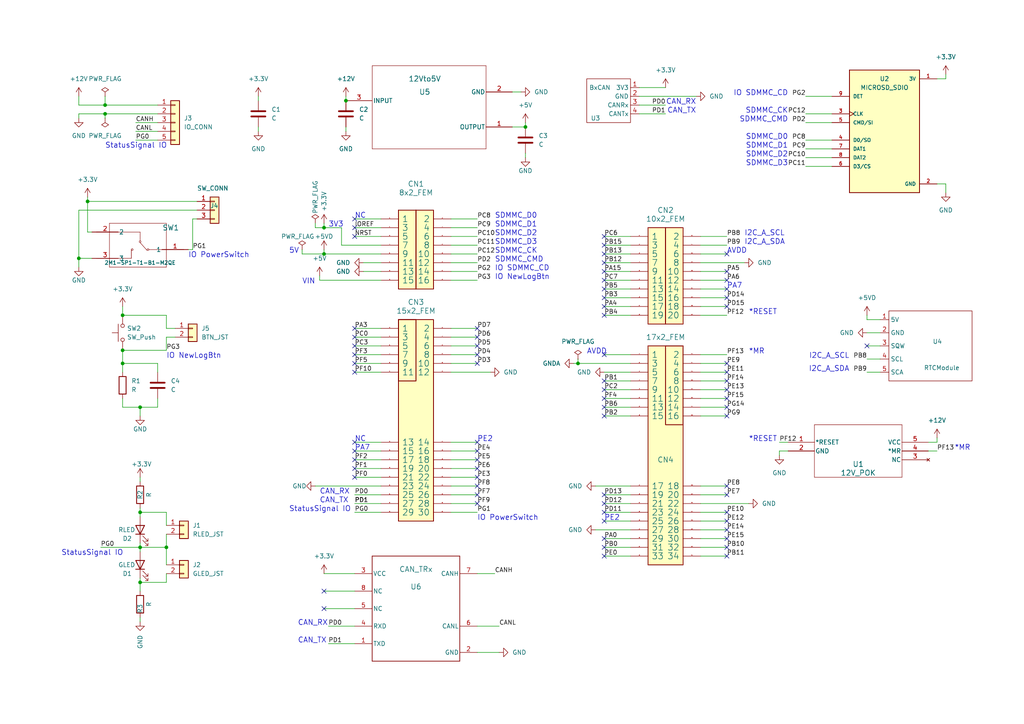
<source format=kicad_sch>
(kicad_sch (version 20230121) (generator eeschema)
  (paper "A4")
  (title_block (title "ENGS 90 CAN Logger PCB") (date "2024-02-12") (rev "1"))
  (lib_symbols
    (symbol "CANRxLib:2M1-SP1-T1-B1-M2QE" (pin_names (offset 0.254))
      (property "Reference" "SW" (at 20.32 10.16 0))
      (property "Value" "2M1-SP1-T1-B1-M2QE" (at 20.32 7.62 0))
      (symbol "2M1-SP1-T1-B1-M2QE_1_1"
        (pin output line (at 6.35 0 0) (length 7.62) (name "1") (number "1"))
        (pin input line (at 34.29 -5.08 180) (length 7.62) (name "2") (number "2"))
        (pin input line (at 34.29 2.54 180) (length 7.62) (name "3") (number "3"))
      )
    )
    (symbol "CANRxLib:BxCAN"
      (property "Reference" "U" (at -5.08 -7.62 0))
      (property "Value" "BxCAN" (at -2.54 1.27 0))
      (symbol "BxCAN_1_1"
        (pin power_in line (at 8.89 1.27 180) (length 2.54) (name "3V3") (number "1"))
        (pin power_in line (at 8.89 -1.27 180) (length 2.54) (name "GND") (number "2"))
        (pin passive line (at 8.89 -3.81 180) (length 2.54) (name "CANRx") (number "3"))
        (pin passive line (at 8.89 -6.35 180) (length 2.54) (name "CANTx") (number "4"))
      )
    )
    (symbol "CANRxLib:LM2940T-5.0_NOPB" (pin_names (offset 0.254))
      (property "Reference" "U" (at 30.48 -1.27 0))
      (property "Value" "LM2940T-5.0/NOPB" (at 30.48 6.35 0))
      (symbol "LM2940T-5.0_NOPB_0_1"
        (pin power_in line (at 55.88 2.54 180) (length 7.62) (name "GND") (number "2"))
      )
      (symbol "LM2940T-5.0_NOPB_1_1"
        (pin power_out line (at 55.88 -7.62 180) (length 7.62) (name "OUTPUT") (number "1"))
        (pin power_in line (at 7.62 0 0) (length 7.62) (name "INPUT") (number "3"))
      )
    )
    (symbol "CANRxLib:MICROSD_SPI_OR_SDIO_CARD" (pin_names (offset 1.016))
      (property "Reference" "U" (at -10.16 18.542 0))
      (property "Value" "MICROSD_SPI_OR_SDIO_CARD" (at -10.16 -20.32 0))
      (symbol "MICROSD_SPI_OR_SDIO_CARD_0_0"
        (pin power_in line (at 15.24 -15.24 180) (length 5.08) (name "GND") (number "2"))
        (pin input clock (at -15.24 5.08 0) (length 5.08) (name "CLK") (number "3"))
        (pin bidirectional line (at -15.24 -2.54 0) (length 5.08) (name "D0/SO") (number "4"))
        (pin bidirectional line (at -15.24 2.54 0) (length 5.08) (name "CMD/SI") (number "5"))
        (pin bidirectional line (at -15.24 -10.16 0) (length 5.08) (name "D3/CS") (number "6"))
        (pin bidirectional line (at -15.24 -5.08 0) (length 5.08) (name "DAT1") (number "7"))
        (pin bidirectional line (at -15.24 -7.62 0) (length 5.08) (name "DAT2") (number "8"))
        (pin input line (at -15.24 10.16 0) (length 5.08) (name "DET") (number "9"))
      )
      (symbol "MICROSD_SPI_OR_SDIO_CARD_1_0"
        (pin power_in line (at 15.24 15.24 180) (length 5.08) (name "3V") (number "1"))
      )
    )
    (symbol "CANRxLib:RTCModule"
      (property "Reference" "U" (at -3.81 -12.7 0))
      (property "Value" "RTCModule" (at -3.81 11.43 0))
      (symbol "RTCModule_1_1"
        (pin power_in line (at -16.51 6.35 0) (length 2.54) (name "5V") (number "1"))
        (pin power_in line (at -16.51 2.54 0) (length 2.54) (name "GND") (number "2"))
        (pin output line (at -16.51 -1.27 0) (length 2.54) (name "SQW") (number "3"))
        (pin input line (at -16.51 -5.08 0) (length 2.54) (name "SCL") (number "4"))
        (pin bidirectional line (at -16.51 -8.89 0) (length 2.54) (name "SCA") (number "5"))
      )
    )
    (symbol "CANRxLib:TCAN332D" (pin_names (offset 0.254))
      (property "Reference" "U" (at 0 2.54 0))
      (property "Value" "TCAN332D" (at 0 6.35 0))
      (symbol "TCAN332D_0_1"
        (pin input line (at -17.78 -10.16 0) (length 5.08) (name "TXD") (number "1"))
        (pin power_in line (at 17.78 -12.7 180) (length 5.08) (name "GND") (number "2"))
        (pin power_in line (at -17.78 10.16 0) (length 5.08) (name "VCC") (number "3"))
        (pin output line (at -17.78 -5.08 0) (length 5.08) (name "RXD") (number "4"))
        (pin unspecified line (at -17.78 0 0) (length 5.08) (name "NC") (number "5"))
        (pin bidirectional line (at 17.78 -5.08 180) (length 5.08) (name "CANL") (number "6"))
        (pin bidirectional line (at 17.78 10.16 180) (length 5.08) (name "CANH") (number "7"))
        (pin unspecified line (at -17.78 5.08 0) (length 5.08) (name "NC") (number "8"))
      )
    )
    (symbol "CANRxLib:TPS3847085DBVT" (pin_names (offset 0.254))
      (property "Reference" "U" (at 20.32 10.16 0))
      (property "Value" "TPS3847085DBVT" (at 20.32 7.62 0))
      (symbol "TPS3847085DBVT_0_1"
        (pin output line (at 0 0 0) (length 7.62) (name "*RESET") (number "1"))
        (pin power_in line (at 0 -2.54 0) (length 7.62) (name "GND") (number "2"))
        (pin no_connect line (at 40.64 -5.08 180) (length 7.62) (name "NC") (number "3"))
        (pin input line (at 40.64 -2.54 180) (length 7.62) (name "*MR") (number "4"))
        (pin power_in line (at 40.64 0 180) (length 7.62) (name "VCC") (number "5"))
      )
    )
    (symbol "Connector_Generic:Conn_01x02" (pin_names (offset 1.016) hide)
      (property "Reference" "J" (at 0 2.54 0))
      (property "Value" "Conn_01x02" (at 0 -5.08 0))
      (symbol "Conn_01x02_1_1"
        (pin passive line (at -5.08 0 0) (length 3.81) (name "Pin_1") (number "1"))
        (pin passive line (at -5.08 -2.54 0) (length 3.81) (name "Pin_2") (number "2"))
      )
    )
    (symbol "Connector_Generic:Conn_01x03" (pin_names (offset 1.016) hide)
      (property "Reference" "J" (at 0 5.08 0))
      (property "Value" "Conn_01x03" (at 0 -5.08 0))
      (symbol "Conn_01x03_1_1"
        (pin passive line (at -5.08 2.54 0) (length 3.81) (name "Pin_1") (number "1"))
        (pin passive line (at -5.08 0 0) (length 3.81) (name "Pin_2") (number "2"))
        (pin passive line (at -5.08 -2.54 0) (length 3.81) (name "Pin_3") (number "3"))
      )
    )
    (symbol "Connector_Generic:Conn_01x05" (pin_names (offset 1.016) hide)
      (property "Reference" "J" (at 0 7.62 0))
      (property "Value" "Conn_01x05" (at 0 -7.62 0))
      (symbol "Conn_01x05_1_1"
        (pin passive line (at -5.08 5.08 0) (length 3.81) (name "Pin_1") (number "1"))
        (pin passive line (at -5.08 2.54 0) (length 3.81) (name "Pin_2") (number "2"))
        (pin passive line (at -5.08 0 0) (length 3.81) (name "Pin_3") (number "3"))
        (pin passive line (at -5.08 -2.54 0) (length 3.81) (name "Pin_4") (number "4"))
        (pin passive line (at -5.08 -5.08 0) (length 3.81) (name "Pin_5") (number "5"))
      )
    )
    (symbol "Device:C" (pin_numbers hide) (pin_names (offset 0.254))
      (property "Reference" "C" (at 0.635 2.54 0))
      (property "Value" "C" (at 0.635 -2.54 0))
      (symbol "C_1_1"
        (pin passive line (at 0 3.81 270) (length 2.794) (name "~") (number "1"))
        (pin passive line (at 0 -3.81 90) (length 2.794) (name "~") (number "2"))
      )
    )
    (symbol "Device:LED" (pin_numbers hide) (pin_names (offset 1.016) hide)
      (property "Reference" "D" (at 0 2.54 0))
      (property "Value" "LED" (at 0 -2.54 0))
      (symbol "LED_1_1"
        (pin passive line (at -3.81 0 0) (length 2.54) (name "K") (number "1"))
        (pin passive line (at 3.81 0 180) (length 2.54) (name "A") (number "2"))
      )
    )
    (symbol "Device:R" (pin_numbers hide) (pin_names (offset 0))
      (property "Reference" "R" (at 2.032 0 90))
      (property "Value" "R" (at 0 0 90))
      (symbol "R_1_1"
        (pin passive line (at 0 3.81 270) (length 1.27) (name "~") (number "1"))
        (pin passive line (at 0 -3.81 90) (length 1.27) (name "~") (number "2"))
      )
    )
    (symbol "STM32Connectors:Header_10X2_Female-" (pin_names (offset 1.016))
      (property "Reference" "CN" (at 0 0 0))
      (property "Value" "Header_10X2_Female" (at 0 -30.48 0))
      (symbol "Header_10X2_Female-_0_1"
        (pin passive line (at -5.08 -2.54 0) (length 5.08) (name "1") (number "1"))
        (pin passive line (at 15.24 -12.7 180) (length 5.08) (name "10") (number "10"))
        (pin passive line (at -5.08 -15.24 0) (length 5.08) (name "11") (number "11"))
        (pin passive line (at 15.24 -15.24 180) (length 5.08) (name "12") (number "12"))
        (pin passive line (at -5.08 -17.78 0) (length 5.08) (name "13") (number "13"))
        (pin passive line (at 15.24 -17.78 180) (length 5.08) (name "14") (number "14"))
        (pin passive line (at -5.08 -20.32 0) (length 5.08) (name "15") (number "15"))
        (pin passive line (at 15.24 -20.32 180) (length 5.08) (name "16") (number "16"))
        (pin passive line (at -5.08 -22.86 0) (length 5.08) (name "17") (number "17"))
        (pin passive line (at 15.24 -22.86 180) (length 5.08) (name "18") (number "18"))
        (pin passive line (at -5.08 -25.4 0) (length 5.08) (name "19") (number "19"))
        (pin passive line (at 15.24 -2.54 180) (length 5.08) (name "2") (number "2"))
        (pin passive line (at 15.24 -25.4 180) (length 5.08) (name "20") (number "20"))
        (pin passive line (at -5.08 -5.08 0) (length 5.08) (name "3") (number "3"))
        (pin passive line (at 15.24 -5.08 180) (length 5.08) (name "4") (number "4"))
        (pin passive line (at -5.08 -7.62 0) (length 5.08) (name "5") (number "5"))
        (pin passive line (at 15.24 -7.62 180) (length 5.08) (name "6") (number "6"))
        (pin passive line (at -5.08 -10.16 0) (length 5.08) (name "7") (number "7"))
        (pin passive line (at 15.24 -10.16 180) (length 5.08) (name "8") (number "8"))
        (pin passive line (at -5.08 -12.7 0) (length 5.08) (name "9") (number "9"))
      )
    )
    (symbol "STM32Connectors:Header_15X2_Female-" (pin_names (offset 1.016))
      (property "Reference" "CN" (at 0 0 0))
      (property "Value" "Header_15X2_Female" (at 0 -60.96 0))
      (symbol "Header_15X2_Female-_0_1"
        (pin passive line (at -5.08 -2.54 0) (length 5.08) (name "1") (number "1"))
        (pin passive line (at 15.24 -12.7 180) (length 5.08) (name "10") (number "10"))
        (pin passive line (at -5.08 -15.24 0) (length 5.08) (name "11") (number "11"))
        (pin passive line (at 15.24 -15.24 180) (length 5.08) (name "12") (number "12"))
        (pin passive line (at -5.08 -35.56 0) (length 5.08) (name "13") (number "13"))
        (pin passive line (at 15.24 -35.56 180) (length 5.08) (name "14") (number "14"))
        (pin passive line (at -5.08 -38.1 0) (length 5.08) (name "15") (number "15"))
        (pin passive line (at 15.24 -38.1 180) (length 5.08) (name "16") (number "16"))
        (pin passive line (at -5.08 -40.64 0) (length 5.08) (name "17") (number "17"))
        (pin passive line (at 15.24 -40.64 180) (length 5.08) (name "18") (number "18"))
        (pin passive line (at -5.08 -43.18 0) (length 5.08) (name "19") (number "19"))
        (pin passive line (at 15.24 -2.54 180) (length 5.08) (name "2") (number "2"))
        (pin passive line (at 15.24 -43.18 180) (length 5.08) (name "20") (number "20"))
        (pin passive line (at -5.08 -45.72 0) (length 5.08) (name "21") (number "21"))
        (pin passive line (at 15.24 -45.72 180) (length 5.08) (name "22") (number "22"))
        (pin passive line (at -5.08 -48.26 0) (length 5.08) (name "23") (number "23"))
        (pin passive line (at 15.24 -48.26 180) (length 5.08) (name "24") (number "24"))
        (pin passive line (at -5.08 -50.8 0) (length 5.08) (name "25") (number "25"))
        (pin passive line (at 15.24 -50.8 180) (length 5.08) (name "26") (number "26"))
        (pin passive line (at -5.08 -53.34 0) (length 5.08) (name "27") (number "27"))
        (pin passive line (at 15.24 -53.34 180) (length 5.08) (name "28") (number "28"))
        (pin passive line (at -5.08 -55.88 0) (length 5.08) (name "29") (number "29"))
        (pin passive line (at -5.08 -5.08 0) (length 5.08) (name "3") (number "3"))
        (pin passive line (at 15.24 -55.88 180) (length 5.08) (name "30") (number "30"))
        (pin passive line (at 15.24 -5.08 180) (length 5.08) (name "4") (number "4"))
        (pin passive line (at -5.08 -7.62 0) (length 5.08) (name "5") (number "5"))
        (pin passive line (at 15.24 -7.62 180) (length 5.08) (name "6") (number "6"))
        (pin passive line (at -5.08 -10.16 0) (length 5.08) (name "7") (number "7"))
        (pin passive line (at 15.24 -10.16 180) (length 5.08) (name "8") (number "8"))
        (pin passive line (at -5.08 -12.7 0) (length 5.08) (name "9") (number "9"))
      )
    )
    (symbol "STM32Connectors:Header_17X2_Female-" (pin_names (offset 1.016))
      (property "Reference" "CN" (at 0 0 0))
      (property "Value" "Header_17X2_Female" (at 0 -66.04 0))
      (symbol "Header_17X2_Female-_0_1"
        (pin passive line (at -5.08 -2.54 0) (length 5.08) (name "1") (number "1"))
        (pin passive line (at 15.24 -12.7 180) (length 5.08) (name "10") (number "10"))
        (pin passive line (at -5.08 -15.24 0) (length 5.08) (name "11") (number "11"))
        (pin passive line (at 15.24 -15.24 180) (length 5.08) (name "12") (number "12"))
        (pin passive line (at -5.08 -17.78 0) (length 5.08) (name "13") (number "13"))
        (pin passive line (at 15.24 -17.78 180) (length 5.08) (name "14") (number "14"))
        (pin passive line (at -5.08 -20.32 0) (length 5.08) (name "15") (number "15"))
        (pin passive line (at 15.24 -20.32 180) (length 5.08) (name "16") (number "16"))
        (pin passive line (at -5.08 -40.64 0) (length 5.08) (name "17") (number "17"))
        (pin passive line (at 15.24 -40.64 180) (length 5.08) (name "18") (number "18"))
        (pin passive line (at -5.08 -43.18 0) (length 5.08) (name "19") (number "19"))
        (pin passive line (at 15.24 -2.54 180) (length 5.08) (name "2") (number "2"))
        (pin passive line (at 15.24 -43.18 180) (length 5.08) (name "20") (number "20"))
        (pin passive line (at -5.08 -45.72 0) (length 5.08) (name "21") (number "21"))
        (pin passive line (at 15.24 -45.72 180) (length 5.08) (name "22") (number "22"))
        (pin passive line (at -5.08 -48.26 0) (length 5.08) (name "23") (number "23"))
        (pin passive line (at 15.24 -48.26 180) (length 5.08) (name "24") (number "24"))
        (pin passive line (at -5.08 -50.8 0) (length 5.08) (name "25") (number "25"))
        (pin passive line (at 15.24 -50.8 180) (length 5.08) (name "26") (number "26"))
        (pin passive line (at -5.08 -53.34 0) (length 5.08) (name "27") (number "27"))
        (pin passive line (at 15.24 -53.34 180) (length 5.08) (name "28") (number "28"))
        (pin passive line (at -5.08 -55.88 0) (length 5.08) (name "29") (number "29"))
        (pin passive line (at -5.08 -5.08 0) (length 5.08) (name "3") (number "3"))
        (pin passive line (at 15.24 -55.88 180) (length 5.08) (name "30") (number "30"))
        (pin passive line (at -5.08 -58.42 0) (length 5.08) (name "31") (number "31"))
        (pin passive line (at 15.24 -58.42 180) (length 5.08) (name "32") (number "32"))
        (pin passive line (at -5.08 -60.96 0) (length 5.08) (name "33") (number "33"))
        (pin passive line (at 15.24 -60.96 180) (length 5.08) (name "34") (number "34"))
        (pin passive line (at 15.24 -5.08 180) (length 5.08) (name "4") (number "4"))
        (pin passive line (at -5.08 -7.62 0) (length 5.08) (name "5") (number "5"))
        (pin passive line (at 15.24 -7.62 180) (length 5.08) (name "6") (number "6"))
        (pin passive line (at -5.08 -10.16 0) (length 5.08) (name "7") (number "7"))
        (pin passive line (at 15.24 -10.16 180) (length 5.08) (name "8") (number "8"))
        (pin passive line (at -5.08 -12.7 0) (length 5.08) (name "9") (number "9"))
      )
    )
    (symbol "STM32Connectors:Header_8X2_Female-" (pin_names (offset 1.016))
      (property "Reference" "CN" (at 0 0 0))
      (property "Value" "Header_8X2_Female" (at 0 -25.4 0))
      (symbol "Header_8X2_Female-_0_1"
        (pin passive line (at -5.08 -2.54 0) (length 5.08) (name "1") (number "1"))
        (pin passive line (at 15.24 -12.7 180) (length 5.08) (name "10") (number "10"))
        (pin passive line (at -5.08 -15.24 0) (length 5.08) (name "11") (number "11"))
        (pin passive line (at 15.24 -15.24 180) (length 5.08) (name "12") (number "12"))
        (pin passive line (at -5.08 -17.78 0) (length 5.08) (name "13") (number "13"))
        (pin passive line (at 15.24 -17.78 180) (length 5.08) (name "14") (number "14"))
        (pin passive line (at -5.08 -20.32 0) (length 5.08) (name "15") (number "15"))
        (pin passive line (at 15.24 -20.32 180) (length 5.08) (name "16") (number "16"))
        (pin passive line (at 15.24 -2.54 180) (length 5.08) (name "2") (number "2"))
        (pin passive line (at -5.08 -5.08 0) (length 5.08) (name "3") (number "3"))
        (pin passive line (at 15.24 -5.08 180) (length 5.08) (name "4") (number "4"))
        (pin passive line (at -5.08 -7.62 0) (length 5.08) (name "5") (number "5"))
        (pin passive line (at 15.24 -7.62 180) (length 5.08) (name "6") (number "6"))
        (pin passive line (at -5.08 -10.16 0) (length 5.08) (name "7") (number "7"))
        (pin passive line (at 15.24 -10.16 180) (length 5.08) (name "8") (number "8"))
        (pin passive line (at -5.08 -12.7 0) (length 5.08) (name "9") (number "9"))
      )
    )
    (symbol "Switch:SW_Push" (pin_numbers hide) (pin_names (offset 1.016) hide)
      (property "Reference" "SW" (at 1.27 2.54 0))
      (property "Value" "SW_Push" (at 0 -1.524 0))
      (symbol "SW_Push_0_1"
        (pin passive line (at -5.08 0 0) (length 2.54) (name "1") (number "1"))
        (pin passive line (at 5.08 0 180) (length 2.54) (name "2") (number "2"))
      )
    )
    (symbol "power:+12V" (power) (pin_names (offset 0))
      (property "Value" "+12V" (at 0 3.556 0))
      (symbol "+12V_1_1"
        (pin power_in line (at 0 0 90) (length 0) hide (name "+12V") (number "1"))
      )
    )
    (symbol "power:+3.3V" (power) (pin_names (offset 0))
      (property "Value" "+3.3V" (at 0 3.556 0))
      (symbol "+3.3V_1_1"
        (pin power_in line (at 0 0 90) (length 0) hide (name "+3.3V") (number "1"))
      )
    )
    (symbol "power:+5V" (power) (pin_names (offset 0))
      (property "Value" "+5V" (at 0 3.556 0))
      (symbol "+5V_1_1"
        (pin power_in line (at 0 0 90) (length 0) hide (name "+5V") (number "1"))
      )
    )
    (symbol "power:+5VD" (power) (pin_names (offset 0))
      (property "Value" "+5VD" (at 0 3.556 0))
      (symbol "+5VD_1_1"
        (pin power_in line (at 0 0 90) (length 0) hide (name "+5VD") (number "1"))
      )
    )
    (symbol "power:GND" (power) (pin_names (offset 0))
      (property "Value" "GND" (at 0 -3.81 0))
      (symbol "GND_1_1"
        (pin power_in line (at 0 0 270) (length 0) hide (name "GND") (number "1"))
      )
    )
    (symbol "power:GNDA" (power) (pin_names (offset 0))
      (property "Value" "GNDA" (at 0 -3.81 0))
      (symbol "GNDA_1_1"
        (pin power_in line (at 0 0 270) (length 0) hide (name "GNDA") (number "1"))
      )
    )
    (symbol "power:PWR_FLAG" (power) (pin_numbers hide) (pin_names (offset 0) hide)
      (property "Value" "PWR_FLAG" (at 0 3.81 0))
      (symbol "PWR_FLAG_0_0"
        (pin power_out line (at 0 0 90) (length 0) (name "pwr") (number "1"))
      )
    )
  )
  (junction (at 48.26 158.75))
  (junction (at 93.98 66.04))
  (junction (at 30.48 33.02))
  (junction (at 40.64 148.59))
  (junction (at 22.86 74.93))
  (junction (at 93.98 73.66))
  (junction (at 25.4 58.42))
  (junction (at 40.64 118.11))
  (junction (at 30.48 30.48))
  (junction (at 167.64 105.41))
  (junction (at 40.64 158.75))
  (junction (at 152.4 36.83))
  (junction (at 35.56 105.41))
  (junction (at 35.56 101.6))
  (junction (at 100.33 29.21))
  (junction (at 40.64 168.91))
  (junction (at 35.56 91.44))
  (no_connect (at 210.82 148.59))
  (no_connect (at 210.82 151.13))
  (no_connect (at 210.82 120.65))
  (no_connect (at 175.26 161.29))
  (no_connect (at 102.87 133.35))
  (no_connect (at 210.82 140.97))
  (no_connect (at 175.26 143.51))
  (no_connect (at 175.26 71.12))
  (no_connect (at 138.43 97.79))
  (no_connect (at 175.26 148.59))
  (no_connect (at 210.82 143.51))
  (no_connect (at 175.26 110.49))
  (no_connect (at 175.26 76.2))
  (no_connect (at 210.82 83.82))
  (no_connect (at 102.87 68.58))
  (no_connect (at 138.43 143.51))
  (no_connect (at 138.43 133.35))
  (no_connect (at 138.43 105.41))
  (no_connect (at 210.82 73.66))
  (no_connect (at 175.26 78.74))
  (no_connect (at 102.87 102.87))
  (no_connect (at 138.43 102.87))
  (no_connect (at 210.82 86.36))
  (no_connect (at 102.87 138.43))
  (no_connect (at 138.43 138.43))
  (no_connect (at 102.87 66.04))
  (no_connect (at 175.26 156.21))
  (no_connect (at 210.82 78.74))
  (no_connect (at 210.82 113.03))
  (no_connect (at 175.26 120.65))
  (no_connect (at 251.46 100.33))
  (no_connect (at 102.87 128.27))
  (no_connect (at 175.26 146.05))
  (no_connect (at 102.87 130.81))
  (no_connect (at 175.26 86.36))
  (no_connect (at 102.87 63.5))
  (no_connect (at 210.82 110.49))
  (no_connect (at 138.43 95.25))
  (no_connect (at 175.26 118.11))
  (no_connect (at 175.26 83.82))
  (no_connect (at 138.43 130.81))
  (no_connect (at 175.26 73.66))
  (no_connect (at 210.82 156.21))
  (no_connect (at 210.82 105.41))
  (no_connect (at 210.82 115.57))
  (no_connect (at 175.26 91.44))
  (no_connect (at 210.82 88.9))
  (no_connect (at 138.43 140.97))
  (no_connect (at 102.87 95.25))
  (no_connect (at 210.82 158.75))
  (no_connect (at 210.82 107.95))
  (no_connect (at 175.26 113.03))
  (no_connect (at 175.26 81.28))
  (no_connect (at 138.43 135.89))
  (no_connect (at 210.82 161.29))
  (no_connect (at 138.43 128.27))
  (no_connect (at 210.82 81.28))
  (no_connect (at 175.26 102.87))
  (no_connect (at 102.87 100.33))
  (no_connect (at 175.26 151.13))
  (no_connect (at 102.87 97.79))
  (no_connect (at 93.98 171.45))
  (no_connect (at 210.82 118.11))
  (no_connect (at 175.26 68.58))
  (no_connect (at 102.87 105.41))
  (no_connect (at 138.43 146.05))
  (no_connect (at 175.26 115.57))
  (no_connect (at 102.87 107.95))
  (no_connect (at 138.43 100.33))
  (no_connect (at 210.82 153.67))
  (no_connect (at 102.87 135.89))
  (no_connect (at 175.26 158.75))
  (no_connect (at 93.98 176.53))
  (no_connect (at 175.26 88.9))
  (wire (pts (xy 102.87 130.81) (xy 110.49 130.81)))
  (wire (pts (xy 105.41 76.2) (xy 110.49 76.2)))
  (wire (pts (xy 203.2 83.82) (xy 210.82 83.82)))
  (wire (pts (xy 251.46 92.71) (xy 251.46 91.44)))
  (wire (pts (xy 91.44 66.04) (xy 93.98 66.04)))
  (wire (pts (xy 251.46 96.52) (xy 255.27 96.52)))
  (wire (pts (xy 130.81 143.51) (xy 138.43 143.51)))
  (wire (pts (xy 102.87 138.43) (xy 110.49 138.43)))
  (wire (pts (xy 35.56 107.95) (xy 35.56 105.41)))
  (wire (pts (xy 175.26 88.9) (xy 182.88 88.9)))
  (wire (pts (xy 102.87 107.95) (xy 110.49 107.95)))
  (wire (pts (xy 148.59 26.67) (xy 151.13 26.67)))
  (wire (pts (xy 203.2 143.51) (xy 210.82 143.51)))
  (wire (pts (xy 241.3 40.64) (xy 233.68 40.64)))
  (wire (pts (xy 30.48 33.02) (xy 45.72 33.02)))
  (wire (pts (xy 40.64 118.11) (xy 45.72 118.11)))
  (wire (pts (xy 175.26 148.59) (xy 182.88 148.59)))
  (wire (pts (xy 102.87 63.5) (xy 110.49 63.5)))
  (wire (pts (xy 48.26 158.75) (xy 40.64 158.75)))
  (wire (pts (xy 93.98 176.53) (xy 102.87 176.53)))
  (wire (pts (xy 35.56 101.6) (xy 48.26 101.6)))
  (wire (pts (xy 241.3 43.18) (xy 233.68 43.18)))
  (wire (pts (xy 203.2 148.59) (xy 210.82 148.59)))
  (wire (pts (xy 152.4 35.56) (xy 152.4 36.83)))
  (wire (pts (xy 203.2 113.03) (xy 210.82 113.03)))
  (wire (pts (xy 93.98 64.77) (xy 93.98 66.04)))
  (wire (pts (xy 144.78 181.61) (xy 138.43 181.61)))
  (wire (pts (xy 102.87 148.59) (xy 110.49 148.59)))
  (wire (pts (xy 203.2 118.11) (xy 210.82 118.11)))
  (wire (pts (xy 255.27 104.14) (xy 251.46 104.14)))
  (wire (pts (xy 203.2 110.49) (xy 210.82 110.49)))
  (wire (pts (xy 166.37 105.41) (xy 167.64 105.41)))
  (wire (pts (xy 40.64 157.48) (xy 40.64 158.75)))
  (wire (pts (xy 203.2 153.67) (xy 210.82 153.67)))
  (wire (pts (xy 40.64 168.91) (xy 48.26 168.91)))
  (wire (pts (xy 91.44 140.97) (xy 110.49 140.97)))
  (wire (pts (xy 48.26 95.25) (xy 48.26 91.44)))
  (wire (pts (xy 102.87 133.35) (xy 110.49 133.35)))
  (wire (pts (xy 175.26 110.49) (xy 182.88 110.49)))
  (wire (pts (xy 48.26 163.83) (xy 48.26 158.75)))
  (wire (pts (xy 130.81 68.58) (xy 138.43 68.58)))
  (wire (pts (xy 39.37 38.1) (xy 45.72 38.1)))
  (wire (pts (xy 175.26 151.13) (xy 182.88 151.13)))
  (wire (pts (xy 102.87 128.27) (xy 110.49 128.27)))
  (wire (pts (xy 25.4 67.31) (xy 26.67 67.31)))
  (wire (pts (xy 130.81 81.28) (xy 138.43 81.28)))
  (wire (pts (xy 193.04 30.48) (xy 185.42 30.48)))
  (wire (pts (xy 175.26 73.66) (xy 182.88 73.66)))
  (wire (pts (xy 102.87 143.51) (xy 110.49 143.51)))
  (wire (pts (xy 251.46 107.95) (xy 255.27 107.95)))
  (wire (pts (xy 274.32 21.59) (xy 274.32 22.86)))
  (wire (pts (xy 175.26 78.74) (xy 182.88 78.74)))
  (wire (pts (xy 130.81 138.43) (xy 138.43 138.43)))
  (wire (pts (xy 102.87 146.05) (xy 110.49 146.05)))
  (wire (pts (xy 130.81 95.25) (xy 138.43 95.25)))
  (wire (pts (xy 48.26 97.79) (xy 48.26 101.6)))
  (wire (pts (xy 203.2 76.2) (xy 215.9 76.2)))
  (wire (pts (xy 241.3 35.56) (xy 233.68 35.56)))
  (wire (pts (xy 22.86 74.93) (xy 26.67 74.93)))
  (wire (pts (xy 203.2 91.44) (xy 210.82 91.44)))
  (wire (pts (xy 30.48 30.48) (xy 45.72 30.48)))
  (wire (pts (xy 40.64 167.64) (xy 40.64 168.91)))
  (wire (pts (xy 152.4 36.83) (xy 148.59 36.83)))
  (wire (pts (xy 40.64 148.59) (xy 48.26 148.59)))
  (wire (pts (xy 172.72 140.97) (xy 182.88 140.97)))
  (wire (pts (xy 93.98 171.45) (xy 102.87 171.45)))
  (wire (pts (xy 29.21 158.75) (xy 40.64 158.75)))
  (wire (pts (xy 241.3 27.94) (xy 233.68 27.94)))
  (wire (pts (xy 87.63 73.66) (xy 87.63 72.39)))
  (wire (pts (xy 175.26 113.03) (xy 182.88 113.03)))
  (wire (pts (xy 92.71 81.28) (xy 110.49 81.28)))
  (wire (pts (xy 226.06 128.27) (xy 228.6 128.27)))
  (wire (pts (xy 45.72 118.11) (xy 45.72 115.57)))
  (wire (pts (xy 130.81 130.81) (xy 138.43 130.81)))
  (wire (pts (xy 40.64 138.43) (xy 40.64 139.7)))
  (wire (pts (xy 201.93 27.94) (xy 185.42 27.94)))
  (wire (pts (xy 93.98 73.66) (xy 110.49 73.66)))
  (wire (pts (xy 226.06 130.81) (xy 228.6 130.81)))
  (wire (pts (xy 95.25 181.61) (xy 102.87 181.61)))
  (wire (pts (xy 175.26 143.51) (xy 182.88 143.51)))
  (wire (pts (xy 48.26 91.44) (xy 35.56 91.44)))
  (wire (pts (xy 130.81 107.95) (xy 142.24 107.95)))
  (wire (pts (xy 102.87 95.25) (xy 110.49 95.25)))
  (wire (pts (xy 130.81 102.87) (xy 138.43 102.87)))
  (wire (pts (xy 172.72 153.67) (xy 182.88 153.67)))
  (wire (pts (xy 203.2 151.13) (xy 210.82 151.13)))
  (wire (pts (xy 25.4 67.31) (xy 25.4 58.42)))
  (wire (pts (xy 39.37 40.64) (xy 45.72 40.64)))
  (wire (pts (xy 102.87 68.58) (xy 110.49 68.58)))
  (wire (pts (xy 100.33 27.94) (xy 100.33 29.21)))
  (wire (pts (xy 274.32 55.88) (xy 274.32 53.34)))
  (wire (pts (xy 130.81 71.12) (xy 138.43 71.12)))
  (wire (pts (xy 35.56 88.9) (xy 35.56 91.44)))
  (wire (pts (xy 130.81 73.66) (xy 138.43 73.66)))
  (wire (pts (xy 22.86 27.94) (xy 22.86 30.48)))
  (wire (pts (xy 203.2 71.12) (xy 210.82 71.12)))
  (wire (pts (xy 175.26 83.82) (xy 182.88 83.82)))
  (wire (pts (xy 175.26 76.2) (xy 182.88 76.2)))
  (wire (pts (xy 203.2 88.9) (xy 210.82 88.9)))
  (wire (pts (xy 175.26 81.28) (xy 182.88 81.28)))
  (wire (pts (xy 241.3 45.72) (xy 233.68 45.72)))
  (wire (pts (xy 74.93 27.94) (xy 74.93 29.21)))
  (wire (pts (xy 39.37 35.56) (xy 45.72 35.56)))
  (wire (pts (xy 203.2 140.97) (xy 210.82 140.97)))
  (wire (pts (xy 50.8 95.25) (xy 48.26 95.25)))
  (wire (pts (xy 251.46 92.71) (xy 255.27 92.71)))
  (wire (pts (xy 102.87 135.89) (xy 110.49 135.89)))
  (wire (pts (xy 193.04 33.02) (xy 185.42 33.02)))
  (wire (pts (xy 271.78 22.86) (xy 274.32 22.86)))
  (wire (pts (xy 175.26 71.12) (xy 182.88 71.12)))
  (wire (pts (xy 175.26 68.58) (xy 182.88 68.58)))
  (wire (pts (xy 130.81 135.89) (xy 138.43 135.89)))
  (wire (pts (xy 74.93 36.83) (xy 74.93 38.1)))
  (wire (pts (xy 203.2 86.36) (xy 210.82 86.36)))
  (wire (pts (xy 203.2 68.58) (xy 210.82 68.58)))
  (wire (pts (xy 203.2 107.95) (xy 210.82 107.95)))
  (wire (pts (xy 271.78 128.27) (xy 269.24 128.27)))
  (wire (pts (xy 40.64 118.11) (xy 40.64 120.65)))
  (wire (pts (xy 271.78 130.81) (xy 269.24 130.81)))
  (wire (pts (xy 175.26 158.75) (xy 182.88 158.75)))
  (wire (pts (xy 203.2 81.28) (xy 210.82 81.28)))
  (wire (pts (xy 55.88 63.5) (xy 57.15 63.5)))
  (wire (pts (xy 203.2 115.57) (xy 210.82 115.57)))
  (wire (pts (xy 143.51 166.37) (xy 138.43 166.37)))
  (wire (pts (xy 130.81 128.27) (xy 138.43 128.27)))
  (wire (pts (xy 175.26 118.11) (xy 182.88 118.11)))
  (wire (pts (xy 203.2 158.75) (xy 210.82 158.75)))
  (wire (pts (xy 25.4 57.15) (xy 25.4 58.42)))
  (wire (pts (xy 175.26 161.29) (xy 182.88 161.29)))
  (wire (pts (xy 175.26 120.65) (xy 182.88 120.65)))
  (wire (pts (xy 22.86 30.48) (xy 30.48 30.48)))
  (wire (pts (xy 241.3 48.26) (xy 233.68 48.26)))
  (wire (pts (xy 91.44 66.04) (xy 91.44 64.77)))
  (wire (pts (xy 35.56 101.6) (xy 35.56 105.41)))
  (wire (pts (xy 55.88 63.5) (xy 55.88 72.39)))
  (wire (pts (xy 255.27 100.33) (xy 251.46 100.33)))
  (wire (pts (xy 130.81 76.2) (xy 138.43 76.2)))
  (wire (pts (xy 50.8 97.79) (xy 48.26 97.79)))
  (wire (pts (xy 203.2 156.21) (xy 210.82 156.21)))
  (wire (pts (xy 93.98 66.04) (xy 99.06 66.04)))
  (wire (pts (xy 271.78 127) (xy 271.78 128.27)))
  (wire (pts (xy 95.25 186.69) (xy 102.87 186.69)))
  (wire (pts (xy 175.26 102.87) (xy 182.88 102.87)))
  (wire (pts (xy 130.81 66.04) (xy 138.43 66.04)))
  (wire (pts (xy 87.63 73.66) (xy 93.98 73.66)))
  (wire (pts (xy 203.2 120.65) (xy 210.82 120.65)))
  (wire (pts (xy 92.71 80.01) (xy 92.71 81.28)))
  (wire (pts (xy 45.72 105.41) (xy 45.72 107.95)))
  (wire (pts (xy 130.81 78.74) (xy 138.43 78.74)))
  (wire (pts (xy 40.64 179.07) (xy 40.64 180.34)))
  (wire (pts (xy 130.81 140.97) (xy 138.43 140.97)))
  (wire (pts (xy 144.78 189.23) (xy 138.43 189.23)))
  (wire (pts (xy 22.86 33.02) (xy 22.86 34.29)))
  (wire (pts (xy 102.87 66.04) (xy 110.49 66.04)))
  (wire (pts (xy 102.87 105.41) (xy 110.49 105.41)))
  (wire (pts (xy 175.26 156.21) (xy 182.88 156.21)))
  (wire (pts (xy 40.64 148.59) (xy 40.64 149.86)))
  (wire (pts (xy 35.56 105.41) (xy 45.72 105.41)))
  (wire (pts (xy 130.81 97.79) (xy 138.43 97.79)))
  (wire (pts (xy 130.81 148.59) (xy 138.43 148.59)))
  (wire (pts (xy 54.61 72.39) (xy 55.88 72.39)))
  (wire (pts (xy 40.64 168.91) (xy 40.64 171.45)))
  (wire (pts (xy 203.2 161.29) (xy 210.82 161.29)))
  (wire (pts (xy 167.64 105.41) (xy 182.88 105.41)))
  (wire (pts (xy 274.32 53.34) (xy 271.78 53.34)))
  (wire (pts (xy 48.26 166.37) (xy 48.26 168.91)))
  (wire (pts (xy 130.81 133.35) (xy 138.43 133.35)))
  (wire (pts (xy 130.81 146.05) (xy 138.43 146.05)))
  (wire (pts (xy 175.26 107.95) (xy 182.88 107.95)))
  (wire (pts (xy 203.2 105.41) (xy 210.82 105.41)))
  (wire (pts (xy 241.3 33.02) (xy 233.68 33.02)))
  (wire (pts (xy 93.98 73.66) (xy 93.98 72.39)))
  (wire (pts (xy 175.26 86.36) (xy 182.88 86.36)))
  (wire (pts (xy 40.64 160.02) (xy 40.64 158.75)))
  (wire (pts (xy 22.86 77.47) (xy 22.86 74.93)))
  (wire (pts (xy 175.26 146.05) (xy 182.88 146.05)))
  (wire (pts (xy 210.82 73.66) (xy 203.2 73.66)))
  (wire (pts (xy 30.48 27.94) (xy 30.48 30.48)))
  (wire (pts (xy 167.64 104.14) (xy 167.64 105.41)))
  (wire (pts (xy 203.2 78.74) (xy 210.82 78.74)))
  (wire (pts (xy 25.4 58.42) (xy 57.15 58.42)))
  (wire (pts (xy 105.41 78.74) (xy 110.49 78.74)))
  (wire (pts (xy 203.2 146.05) (xy 217.17 146.05)))
  (wire (pts (xy 175.26 115.57) (xy 182.88 115.57)))
  (wire (pts (xy 30.48 34.29) (xy 30.48 33.02)))
  (wire (pts (xy 22.86 60.96) (xy 57.15 60.96)))
  (wire (pts (xy 226.06 132.08) (xy 226.06 130.81)))
  (wire (pts (xy 40.64 147.32) (xy 40.64 148.59)))
  (wire (pts (xy 93.98 166.37) (xy 102.87 166.37)))
  (wire (pts (xy 130.81 100.33) (xy 138.43 100.33)))
  (wire (pts (xy 99.06 71.12) (xy 110.49 71.12)))
  (wire (pts (xy 48.26 154.94) (xy 48.26 158.75)))
  (wire (pts (xy 30.48 33.02) (xy 22.86 33.02)))
  (wire (pts (xy 102.87 100.33) (xy 110.49 100.33)))
  (wire (pts (xy 152.4 45.72) (xy 152.4 44.45)))
  (wire (pts (xy 130.81 63.5) (xy 138.43 63.5)))
  (wire (pts (xy 100.33 36.83) (xy 100.33 38.1)))
  (wire (pts (xy 99.06 66.04) (xy 99.06 71.12)))
  (wire (pts (xy 130.81 105.41) (xy 138.43 105.41)))
  (wire (pts (xy 102.87 97.79) (xy 110.49 97.79)))
  (wire (pts (xy 175.26 91.44) (xy 182.88 91.44)))
  (wire (pts (xy 102.87 102.87) (xy 110.49 102.87)))
  (wire (pts (xy 193.04 25.4) (xy 185.42 25.4)))
  (wire (pts (xy 203.2 102.87) (xy 210.82 102.87)))
  (wire (pts (xy 48.26 148.59) (xy 48.26 152.4)))
  (wire (pts (xy 35.56 118.11) (xy 40.64 118.11)))
  (wire (pts (xy 35.56 118.11) (xy 35.56 115.57)))
  (wire (pts (xy 22.86 60.96) (xy 22.86 74.93)))
  (text "CAN_RX" (at 92.71 143.51 0) (effects (font (size 1.524 1.524)) (justify left bottom)))
  (text "*RESET" (at 217.17 91.44 0) (effects (font (size 1.524 1.524)) (justify left bottom)))
  (text "CAN_TX" (at 92.71 146.05 0) (effects (font (size 1.524 1.524)) (justify left bottom)))
  (text "SDMMC_D0" (at 143.51 63.5 0) (effects (font (size 1.524 1.524)) (justify left bottom)))
  (text "SDMMC_D1" (at 228.6 43.18 0) (effects (font (size 1.524 1.524)) (justify right bottom)))
  (text "SDMMC_D3" (at 228.6 48.26 0) (effects (font (size 1.524 1.524)) (justify right bottom)))
  (text "PE2" (at 138.43 128.27 0) (effects (font (size 1.524 1.524)) (justify left bottom)))
  (text "I2C_A_SDA" (at 215.9 71.12 0) (effects (font (size 1.524 1.524)) (justify left bottom)))
  (text "CAN_RX" (at 201.93 30.48 0) (effects (font (size 1.524 1.524)) (justify right bottom)))
  (text "IO PowerSwitch" (at 54.61 74.93 0) (effects (font (size 1.524 1.524)) (justify left bottom)))
  (text "SDMMC_CMD" (at 143.51 76.2 0) (effects (font (size 1.524 1.524)) (justify left bottom)))
  (text "StatusSignal IO" (at 30.48 43.18 0) (effects (font (size 1.524 1.524)) (justify left bottom)))
  (text "SDMMC_CK" (at 228.6 33.02 0) (effects (font (size 1.524 1.524)) (justify right bottom)))
  (text "I2C_A_SCL" (at 215.9 68.58 0) (effects (font (size 1.524 1.524)) (justify left bottom)))
  (text "AVDD" (at 170.18 102.87 0) (effects (font (size 1.524 1.524)) (justify left bottom)))
  (text "PA7" (at 102.87 130.81 0) (effects (font (size 1.524 1.524)) (justify left bottom)))
  (text "I2C_A_SCL" (at 246.38 104.14 0) (effects (font (size 1.524 1.524)) (justify right bottom)))
  (text "StatusSignal IO" (at 17.78 161.29 0) (effects (font (size 1.524 1.524)) (justify left bottom)))
  (text "NC" (at 102.87 63.5 0) (effects (font (size 1.524 1.524)) (justify left bottom)))
  (text "SDMMC_D3" (at 143.51 71.12 0) (effects (font (size 1.524 1.524)) (justify left bottom)))
  (text "CAN_RX" (at 86.36 181.61 0) (effects (font (size 1.524 1.524)) (justify left bottom)))
  (text "SDMMC_D1" (at 143.51 66.04 0) (effects (font (size 1.524 1.524)) (justify left bottom)))
  (text "SDMMC_D2" (at 228.6 45.72 0) (effects (font (size 1.524 1.524)) (justify right bottom)))
  (text "PA7" (at 210.82 83.82 0) (effects (font (size 1.524 1.524)) (justify left bottom)))
  (text "IO PowerSwitch" (at 138.43 151.13 0) (effects (font (size 1.524 1.524)) (justify left bottom)))
  (text "PE2" (at 175.26 151.13 0) (effects (font (size 1.524 1.524)) (justify left bottom)))
  (text "*MR" (at 276.86 130.81 0) (effects (font (size 1.524 1.524)) (justify left bottom)))
  (text "I2C_A_SDA" (at 246.38 107.95 0) (effects (font (size 1.524 1.524)) (justify right bottom)))
  (text "*RESET" (at 217.17 128.27 0) (effects (font (size 1.524 1.524)) (justify left bottom)))
  (text "SDMMC_D2" (at 143.51 68.58 0) (effects (font (size 1.524 1.524)) (justify left bottom)))
  (text "StatusSignal IO" (at 83.82 148.59 0) (effects (font (size 1.524 1.524)) (justify left bottom)))
  (text "SDMMC_CMD" (at 228.6 35.56 0) (effects (font (size 1.524 1.524)) (justify right bottom)))
  (text "IO NewLogBtn" (at 48.26 104.14 0) (effects (font (size 1.524 1.524)) (justify left bottom)))
  (text "NC" (at 102.87 128.27 0) (effects (font (size 1.524 1.524)) (justify left bottom)))
  (text "CAN_TX" (at 201.93 33.02 0) (effects (font (size 1.524 1.524)) (justify right bottom)))
  (text "SDMMC_D0" (at 228.6 40.64 0) (effects (font (size 1.524 1.524)) (justify right bottom)))
  (text "IO NewLogBtn" (at 143.51 81.28 0) (effects (font (size 1.524 1.524)) (justify left bottom)))
  (text "IO SDMMC_CD" (at 143.51 78.74 0) (effects (font (size 1.524 1.524)) (justify left bottom)))
  (text "3V3" (at 95.25 66.04 0) (effects (font (size 1.524 1.524)) (justify left bottom)))
  (text "SDMMC_CK" (at 143.51 73.66 0) (effects (font (size 1.524 1.524)) (justify left bottom)))
  (text "AVDD" (at 210.82 73.66 0) (effects (font (size 1.524 1.524)) (justify left bottom)))
  (text "*MR" (at 217.17 102.87 0) (effects (font (size 1.524 1.524)) (justify left bottom)))
  (text "VIN" (at 87.63 82.55 0) (effects (font (size 1.524 1.524)) (justify left bottom)))
  (text "5V" (at 83.82 73.66 0) (effects (font (size 1.524 1.524)) (justify left bottom)))
  (text "IO SDMMC_CD" (at 228.6 27.94 0) (effects (font (size 1.524 1.524)) (justify right bottom)))
  (text "CAN_TX" (at 86.36 186.69 0) (effects (font (size 1.524 1.524)) (justify left bottom)))
  (label "PG1" (at 138.43 148.59 0))
  (label "PA4" (at 175.26 88.9 0))
  (label "PG2" (at 233.68 27.94 180))
  (label "PD13" (at 175.26 143.51 0))
  (label "PG1" (at 55.88 72.39 0))
  (label "PF12" (at 210.82 91.44 0))
  (label "PD1" (at 193.04 33.02 180))
  (label "CANL" (at 39.37 38.1 0))
  (label "PC8" (at 233.68 40.64 180))
  (label "PD3" (at 138.43 105.41 0))
  (label "PB0" (at 175.26 158.75 0))
  (label "PE12" (at 210.82 151.13 0))
  (label "PE15" (at 210.82 156.21 0))
  (label "PC12" (at 138.43 73.66 0))
  (label "PB13" (at 175.26 73.66 0))
  (label "PE8" (at 210.82 140.97 0))
  (label "PE6" (at 138.43 135.89 0))
  (label "PF12" (at 226.06 128.27 0))
  (label "PC7" (at 175.26 81.28 0))
  (label "PD1" (at 102.87 146.05 0))
  (label "PC11" (at 233.68 48.26 180))
  (label "PB15" (at 175.26 71.12 0))
  (label "PF4" (at 175.26 115.57 0))
  (label "PC12" (at 233.68 33.02 180))
  (label "PF15" (at 210.82 115.57 0))
  (label "IOREF" (at 102.87 66.04 0))
  (label "PB10" (at 210.82 158.75 0))
  (label "PE4" (at 138.43 130.81 0))
  (label "PG0" (at 29.21 158.75 0))
  (label "PD0" (at 193.04 30.48 180))
  (label "PE0" (at 175.26 161.29 0))
  (label "PC9" (at 138.43 66.04 0))
  (label "PB2" (at 175.26 120.65 0))
  (label "PA0" (at 175.26 156.21 0))
  (label "PF5" (at 102.87 105.41 0))
  (label "PD7" (at 138.43 95.25 0))
  (label "PG3" (at 138.43 81.28 0))
  (label "PA6" (at 210.82 81.28 0))
  (label "PG9" (at 210.82 120.65 0))
  (label "PD14" (at 210.82 86.36 0))
  (label "PC10" (at 233.68 45.72 180))
  (label "PF7" (at 138.43 143.51 0))
  (label "PB12" (at 175.26 76.2 0))
  (label "PG0" (at 102.87 148.59 0))
  (label "PD1" (at 102.87 146.05 0))
  (label "PC9" (at 233.68 43.18 180))
  (label "PD0" (at 102.87 143.51 0))
  (label "PD11" (at 175.26 148.59 0))
  (label "PE3" (at 138.43 138.43 0))
  (label "PE13" (at 210.82 113.03 0))
  (label "PD5" (at 138.43 100.33 0))
  (label "PG2" (at 138.43 78.74 0))
  (label "PF3" (at 102.87 102.87 0))
  (label "PE11" (at 210.82 107.95 0))
  (label "PF1" (at 102.87 135.89 0))
  (label "PC6" (at 175.26 68.58 0))
  (label "PC3" (at 102.87 100.33 0))
  (label "PB11" (at 210.82 161.29 0))
  (label "PF0" (at 102.87 138.43 0))
  (label "PA5" (at 210.82 78.74 0))
  (label "PF13" (at 210.82 102.87 0))
  (label "PB8" (at 210.82 68.58 0))
  (label "PC10" (at 138.43 68.58 0))
  (label "PB3" (at 175.26 86.36 0))
  (label "PE14" (at 210.82 153.67 0))
  (label "PD6" (at 138.43 97.79 0))
  (label "PC11" (at 138.43 71.12 0))
  (label "PA15" (at 175.26 78.74 0))
  (label "PF8" (at 138.43 140.97 0))
  (label "PB4" (at 175.26 91.44 0))
  (label "PB6" (at 175.26 118.11 0))
  (label "PD4" (at 138.43 102.87 0))
  (label "PF10" (at 102.87 107.95 0))
  (label "PB9" (at 210.82 71.12 0))
  (label "NRST" (at 102.87 68.58 0))
  (label "PF9" (at 138.43 146.05 0))
  (label "PD0" (at 95.25 181.61 0))
  (label "PD12" (at 175.26 146.05 0))
  (label "PF2" (at 102.87 133.35 0))
  (label "CANH" (at 39.37 35.56 0))
  (label "PB9" (at 251.46 107.95 180))
  (label "PA3" (at 102.87 95.25 0))
  (label "PB1" (at 175.26 110.49 0))
  (label "PD2" (at 138.43 76.2 0))
  (label "CANL" (at 144.78 181.61 0))
  (label "PC2" (at 175.26 113.03 0))
  (label "PG3" (at 48.26 101.6 0))
  (label "CANH" (at 143.51 166.37 0))
  (label "PE10" (at 210.82 148.59 0))
  (label "PD15" (at 210.82 88.9 0))
  (label "PC0" (at 102.87 97.79 0))
  (label "PF14" (at 210.82 110.49 0))
  (label "PE9" (at 210.82 105.41 0))
  (label "PD1" (at 95.25 186.69 0))
  (label "PG14" (at 210.82 118.11 0))
  (label "PG0" (at 39.37 40.64 0))
  (label "PC8" (at 138.43 63.5 0))
  (label "PB5" (at 175.26 83.82 0))
  (label "PF13" (at 271.78 130.81 0))
  (label "PE5" (at 138.43 133.35 0))
  (label "PE7" (at 210.82 143.51 0))
  (label "PB8" (at 251.46 104.14 180))
  (label "PD2" (at 233.68 35.56 180))
  (symbol (lib_id "power:+5V") (at 152.4 35.56 0) (unit 1)
    (property "Reference" "#PWR03" (effects hide))
    (property "Value" "+5V" (at 152.4 30.48 0))
  )
  (symbol (lib_id "power:+5VD") (at 251.46 91.44 0) (unit 1)
    (property "Reference" "#PWR020" (effects hide))
    (property "Value" "+5VD" (at 251.46 86.36 0))
  )
  (symbol (lib_id "STM32Connectors:Header_17X2_Female-") (at 187.96 100.33 0) (unit 1)
    (property "Reference" "CN4" (at 193.04 133.35 0) (effects (font (size 1.524 1.524))))
    (property "Value" "17x2_FEM" (at 193.04 97.79 0) (effects (font (size 1.524 1.524))))
    (property "Footprint" "STM32Connectors:HDR_17x2_2R54_V_F" (effects hide))
  )
  (symbol (lib_id "power:+12V") (at 271.78 127 0) (unit 1)
    (property "Reference" "#PWR019" (effects hide))
    (property "Value" "+12V" (at 271.78 121.92 0))
  )
  (symbol (lib_id "power:+3.3V") (at 74.93 27.94 0) (unit 1)
    (property "Reference" "#PWR05" (effects hide))
    (property "Value" "+3.3V" (at 74.93 22.86 0))
  )
  (symbol (lib_id "power:PWR_FLAG") (at 91.44 64.77 0) (unit 1)
    (property "Reference" "#FLG02" (effects hide))
    (property "Value" "PWR_FLAG" (at 91.44 57.15 90))
  )
  (symbol (lib_id "power:PWR_FLAG") (at 30.48 27.94 0) (unit 1)
    (property "Reference" "#FLG01" (effects hide))
    (property "Value" "PWR_FLAG" (at 30.48 22.86 0))
  )
  (symbol (lib_id "power:+3.3V") (at 274.32 21.59 0) (mirror y) (unit 1)
    (property "Reference" "#PWR016" (effects hide))
    (property "Value" "+3.3V" (at 274.32 16.51 0))
  )
  (symbol (lib_id "power:GND") (at 142.24 107.95 90) (unit 1)
    (property "Reference" "#PWR029" (effects hide))
    (property "Value" "GND" (at 146.05 107.95 90) (effects (justify right)))
  )
  (symbol (lib_id "power:GND") (at 22.86 34.29 0) (unit 1)
    (property "Reference" "#PWR025" (effects hide))
    (property "Value" "GND" (at 22.86 39.37 0))
  )
  (symbol (lib_id "Device:R") (at 40.64 143.51 180) (unit 1)
    (property "Reference" "R2" (at 40.64 143.51 90))
    (property "Value" "R" (at 43.18 143.51 90))
    (property "Footprint" "Resistor_THT:R_Axial_DIN0207_L6.3mm_D2.5mm_P7.62mm_Horizontal" (effects hide))
  )
  (symbol (lib_id "Device:C") (at 100.33 33.02 0) (unit 1)
    (property "Reference" "C2" (at 104.14 31.75 0) (effects (justify left)))
    (property "Value" "C" (at 104.14 34.29 0) (effects (justify left)))
    (property "Footprint" "Capacitor_THT:C_Rect_L4.6mm_W2.0mm_P2.50mm_MKS02_FKP02" (effects hide))
  )
  (symbol (lib_id "Connector_Generic:Conn_01x03") (at 62.23 60.96 0) (unit 1)
    (property "Reference" "J4" (at 60.96 59.69 0) (effects (justify left)))
    (property "Value" "SW_CONN" (at 57.15 54.61 0) (effects (justify left)))
    (property "Footprint" "Connector_JST:JST_XH_B3B-XH-A_1x03_P2.50mm_Vertical" (effects hide))
  )
  (symbol (lib_id "power:+5V") (at 92.71 80.01 0) (unit 1)
    (property "Reference" "#PWR023" (effects hide))
    (property "Value" "+5V" (at 92.71 74.93 0))
  )
  (symbol (lib_id "power:GNDA") (at 166.37 105.41 270) (unit 1)
    (property "Reference" "#PWR035" (effects hide))
    (property "Value" "GNDA" (at 162.56 105.41 90) (effects (justify right)))
  )
  (symbol (lib_id "Connector_Generic:Conn_01x02") (at 53.34 163.83 0) (unit 1)
    (property "Reference" "J2" (at 55.88 163.83 0) (effects (justify left)))
    (property "Value" "GLED_JST" (at 55.88 166.37 0) (effects (justify left)))
    (property "Footprint" "Connector_JST:JST_XH_B2B-XH-A_1x02_P2.50mm_Vertical" (effects hide))
  )
  (symbol (lib_id "power:+12V") (at 100.33 27.94 0) (unit 1)
    (property "Reference" "#PWR01" (effects hide))
    (property "Value" "+12V" (at 100.33 22.86 0))
  )
  (symbol (lib_id "STM32Connectors:Header_8X2_Female-") (at 115.57 60.96 0) (unit 1)
    (property "Reference" "CN1" (at 120.65 53.34 0) (effects (font (size 1.524 1.524))))
    (property "Value" "8x2_FEM" (at 120.65 55.88 0) (effects (font (size 1.524 1.524))))
    (property "Footprint" "STM32Connectors:HDR_8x2_2R54_V_F" (effects hide))
  )
  (symbol (lib_id "CANRxLib:2M1-SP1-T1-B1-M2QE") (at 60.96 72.39 180) (unit 1) (on_board no)
    (property "Reference" "SW1" (at 49.53 66.04 0) (effects (font (size 1.524 1.524))))
    (property "Value" "2M1-SP1-T1-B1-M2QE" (at 40.64 76.2 0) (effects (font (size 1.1 1.1))))
    (property "Footprint" "2M1-SP1-T1-B1-M2QE" (effects hide))
    (property "Datasheet" "2M1-SP1-T1-B1-M2QE" (effects hide))
  )
  (symbol (lib_id "power:+3.3V") (at 93.98 64.77 0) (unit 1)
    (property "Reference" "#PWR022" (effects hide))
    (property "Value" "+3.3V" (at 93.98 58.42 90))
  )
  (symbol (lib_id "power:+3.3V") (at 40.64 138.43 0) (unit 1)
    (property "Reference" "#PWR015" (effects hide))
    (property "Value" "+3.3V" (at 38.1 134.62 0) (effects (justify left)))
  )
  (symbol (lib_id "Device:C") (at 45.72 111.76 0) (unit 1)
    (property "Reference" "C4" (at 49.53 110.49 0) (effects (justify left)))
    (property "Value" "C" (at 49.53 113.03 0) (effects (justify left)))
    (property "Footprint" "Capacitor_THT:C_Rect_L4.6mm_W2.0mm_P2.50mm_MKS02_FKP02" (effects hide))
  )
  (symbol (lib_id "power:+3.3V") (at 25.4 57.15 0) (mirror y) (unit 1)
    (property "Reference" "#PWR09" (effects hide))
    (property "Value" "+3.3V" (at 25.4 52.07 0))
  )
  (symbol (lib_id "power:GND") (at 105.41 78.74 270) (unit 1)
    (property "Reference" "#PWR036" (effects hide))
    (property "Value" "GND" (at 101.6 78.74 90) (effects (justify right)))
  )
  (symbol (lib_id "CANRxLib:TPS3847085DBVT") (at 228.6 128.27 0) (unit 1)
    (property "Reference" "U1" (at 248.92 134.62 0) (effects (font (size 1.524 1.524))))
    (property "Value" "12V_POK" (at 248.92 137.16 0) (effects (font (size 1.524 1.524))))
    (property "Footprint" "CANRxFPLib:DBV5_TEX" (effects hide))
    (property "Datasheet" "TPS3847085DBVT" (effects hide))
  )
  (symbol (lib_id "STM32Connectors:Header_15X2_Female-") (at 115.57 92.71 0) (unit 1)
    (property "Reference" "CN3" (at 120.65 87.63 0) (effects (font (size 1.524 1.524))))
    (property "Value" "15x2_FEM" (at 120.65 90.17 0) (effects (font (size 1.524 1.524))))
    (property "Footprint" "STM32Connectors:HDR_15x2_2R54_V_F" (effects hide))
  )
  (symbol (lib_id "power:+3.3V") (at 93.98 166.37 0) (unit 1)
    (property "Reference" "#PWR039" (effects hide))
    (property "Value" "+3.3V" (at 93.98 161.29 0))
  )
  (symbol (lib_id "power:GND") (at 40.64 120.65 0) (unit 1)
    (property "Reference" "#PWR010" (effects hide))
    (property "Value" "GND" (at 40.64 124.46 0))
  )
  (symbol (lib_id "power:GND") (at 201.93 27.94 90) (unit 1)
    (property "Reference" "#PWR013" (effects hide))
    (property "Value" "GND" (at 205.74 27.94 90) (effects (justify right)))
  )
  (symbol (lib_id "power:GND") (at 144.78 189.23 90) (unit 1)
    (property "Reference" "#PWR040" (effects hide))
    (property "Value" "GND" (at 148.59 189.23 90) (effects (justify right)))
  )
  (symbol (lib_id "Connector_Generic:Conn_01x05") (at 50.8 35.56 0) (unit 1)
    (property "Reference" "J3" (at 53.34 34.29 0) (effects (justify left)))
    (property "Value" "IO_CONN" (at 53.34 36.83 0) (effects (justify left)))
    (property "Footprint" "Connector_JST:JST_XH_B5B-XH-A_1x05_P2.50mm_Vertical" (effects hide))
  )
  (symbol (lib_id "power:GND") (at 40.64 180.34 0) (unit 1)
    (property "Reference" "#PWR014" (effects hide))
    (property "Value" "GND" (at 40.64 184.15 90) (effects (justify right)))
  )
  (symbol (lib_id "power:GND") (at 74.93 38.1 0) (unit 1)
    (property "Reference" "#PWR04" (effects hide))
    (property "Value" "GND" (at 74.93 43.18 0))
  )
  (symbol (lib_id "power:PWR_FLAG") (at 30.48 34.29 180) (unit 1)
    (property "Reference" "#FLG03" (effects hide))
    (property "Value" "PWR_FLAG" (at 30.48 39.37 0))
  )
  (symbol (lib_id "power:+12V") (at 22.86 27.94 0) (unit 1)
    (property "Reference" "#PWR024" (effects hide))
    (property "Value" "+12V" (at 22.86 22.86 0))
  )
  (symbol (lib_id "power:GND") (at 217.17 146.05 90) (unit 1)
    (property "Reference" "#PWR026" (effects hide))
    (property "Value" "GND" (at 220.98 146.05 90) (effects (justify right)))
  )
  (symbol (lib_id "CANRxLib:RTCModule") (at 271.78 99.06 0) (unit 1)
    (property "Reference" "U4" (at 270.51 99.06 0) (effects (justify left)))
    (property "Value" "RTCModule" (at 267.97 106.68 0) (effects (justify left)))
    (property "Footprint" "CANRxFPLib:1X05" (effects hide))
  )
  (symbol (lib_id "CANRxLib:BxCAN") (at 176.53 26.67 0) (unit 1)
    (property "Reference" "U3" (at 172.72 34.29 0))
    (property "Value" "BxCAN" (at 173.99 25.4 0))
    (property "Footprint" "CANRxFPLib:BxCAN" (effects hide))
  )
  (symbol (lib_id "power:GND") (at 274.32 55.88 0) (unit 1)
    (property "Reference" "#PWR017" (effects hide))
    (property "Value" "GND" (at 274.32 60.96 0))
  )
  (symbol (lib_id "power:GND") (at 175.26 107.95 270) (unit 1)
    (property "Reference" "#PWR027" (effects hide))
    (property "Value" "GND" (at 171.45 107.95 90) (effects (justify right)))
  )
  (symbol (lib_id "Device:R") (at 40.64 175.26 180) (unit 1)
    (property "Reference" "R3" (at 40.64 176.53 90))
    (property "Value" "R" (at 43.18 175.26 90))
    (property "Footprint" "Resistor_THT:R_Axial_DIN0207_L6.3mm_D2.5mm_P7.62mm_Horizontal" (effects hide))
  )
  (symbol (lib_id "Device:LED") (at 40.64 163.83 90) (unit 1) (on_board no)
    (property "Reference" "D1" (at 35.56 166.37 90) (effects (justify right)))
    (property "Value" "GLED" (at 34.29 163.83 90) (effects (justify right)))
  )
  (symbol (lib_id "power:+3.3V") (at 35.56 88.9 0) (mirror y) (unit 1)
    (property "Reference" "#PWR011" (effects hide))
    (property "Value" "+3.3V" (at 35.56 83.82 0))
  )
  (symbol (lib_id "power:GND") (at 152.4 45.72 0) (unit 1)
    (property "Reference" "#PWR06" (effects hide))
    (property "Value" "GND" (at 152.4 49.53 0))
  )
  (symbol (lib_id "power:GND") (at 226.06 132.08 0) (unit 1)
    (property "Reference" "#PWR018" (effects hide))
    (property "Value" "GND" (at 226.06 137.16 0))
  )
  (symbol (lib_id "power:+5VD") (at 93.98 72.39 0) (unit 1)
    (property "Reference" "#PWR038" (effects hide))
    (property "Value" "+5VD" (at 93.98 68.58 0))
  )
  (symbol (lib_id "Device:C") (at 74.93 33.02 0) (unit 1)
    (property "Reference" "C1" (at 78.74 31.75 0) (effects (justify left)))
    (property "Value" "C" (at 78.74 34.29 0) (effects (justify left)))
    (property "Footprint" "Capacitor_THT:C_Rect_L4.6mm_W2.0mm_P2.50mm_MKS02_FKP02" (effects hide))
  )
  (symbol (lib_id "power:GND") (at 151.13 26.67 90) (unit 1)
    (property "Reference" "#PWR02" (effects hide))
    (property "Value" "GND" (at 154.94 26.67 90) (effects (justify right)))
  )
  (symbol (lib_id "Device:R") (at 35.56 111.76 0) (unit 1)
    (property "Reference" "R1" (at 38.1 110.49 0) (effects (justify left)))
    (property "Value" "R" (at 38.1 113.03 0) (effects (justify left)))
    (property "Footprint" "Resistor_THT:R_Axial_DIN0207_L6.3mm_D2.5mm_P7.62mm_Horizontal" (effects hide))
  )
  (symbol (lib_id "power:GND") (at 172.72 153.67 270) (unit 1)
    (property "Reference" "#PWR031" (effects hide))
    (property "Value" "GND" (at 168.91 153.67 90) (effects (justify right)))
  )
  (symbol (lib_id "STM32Connectors:Header_10X2_Female-") (at 187.96 66.04 0) (unit 1)
    (property "Reference" "CN2" (at 193.04 60.96 0) (effects (font (size 1.524 1.524))))
    (property "Value" "10x2_FEM" (at 193.04 63.5 0) (effects (font (size 1.524 1.524))))
    (property "Footprint" "STM32Connectors:HDR_10x2_2R54_V_F" (effects hide))
  )
  (symbol (lib_id "power:PWR_FLAG") (at 87.63 72.39 0) (unit 1)
    (property "Reference" "#FLG06" (effects hide))
    (property "Value" "PWR_FLAG" (at 86.36 68.58 0))
  )
  (symbol (lib_id "power:GND") (at 172.72 140.97 270) (unit 1)
    (property "Reference" "#PWR030" (effects hide))
    (property "Value" "GND" (at 168.91 140.97 90) (effects (justify right)))
  )
  (symbol (lib_id "power:GND") (at 215.9 76.2 90) (unit 1)
    (property "Reference" "#PWR032" (effects hide))
    (property "Value" "GND" (at 219.71 76.2 90) (effects (justify right)))
  )
  (symbol (lib_id "Switch:SW_Push") (at 35.56 96.52 90) (unit 1) (on_board no)
    (property "Reference" "SW2" (at 36.83 95.25 90) (effects (justify right)))
    (property "Value" "SW_Push" (at 36.83 97.79 90) (effects (justify right)))
  )
  (symbol (lib_id "power:GND") (at 91.44 140.97 270) (unit 1)
    (property "Reference" "#PWR028" (effects hide))
    (property "Value" "GND" (at 88.9 140.97 90) (effects (justify right)))
  )
  (symbol (lib_id "Device:C") (at 152.4 40.64 0) (unit 1)
    (property "Reference" "C3" (at 156.21 39.37 0) (effects (justify left)))
    (property "Value" "C" (at 156.21 41.91 0) (effects (justify left)))
    (property "Footprint" "Capacitor_THT:C_Rect_L4.6mm_W2.0mm_P2.50mm_MKS02_FKP02" (effects hide))
  )
  (symbol (lib_id "Device:LED") (at 40.64 153.67 90) (unit 1) (on_board no)
    (property "Reference" "D2" (at 35.56 156.21 90) (effects (justify right)))
    (property "Value" "RLED" (at 34.29 153.67 90) (effects (justify right)))
  )
  (symbol (lib_id "power:GND") (at 105.41 76.2 270) (unit 1)
    (property "Reference" "#PWR037" (effects hide))
    (property "Value" "GND" (at 101.6 76.2 90) (effects (justify right)))
  )
  (symbol (lib_id "power:PWR_FLAG") (at 167.64 104.14 0) (unit 1)
    (property "Reference" "#FLG04" (effects hide))
    (property "Value" "PWR_FLAG" (at 167.64 99.06 0))
  )
  (symbol (lib_id "CANRxLib:TCAN332D") (at 120.65 176.53 0) (unit 1)
    (property "Reference" "U6" (at 120.65 170.18 0) (effects (font (size 1.524 1.524))))
    (property "Value" "CAN_TRx" (at 120.65 165.1 0) (effects (font (size 1.524 1.524))))
    (property "Footprint" "CANRxFPLib:D0008A_N" (effects hide))
    (property "Datasheet" "TCAN332D" (effects hide))
  )
  (symbol (lib_id "CANRxLib:LM2940T-5.0_NOPB") (at 92.71 29.21 0) (unit 1)
    (property "Reference" "U5" (at 123.19 26.67 0) (effects (font (size 1.524 1.524))))
    (property "Value" "12Vto5V" (at 123.19 22.86 0) (effects (font (size 1.524 1.524))))
    (property "Footprint" "CANRxFPLib:NDE3" (effects hide))
    (property "Datasheet" "LM2940T-5.0/NOPB" (effects hide))
  )
  (symbol (lib_id "Connector_Generic:Conn_01x02") (at 55.88 95.25 0) (unit 1)
    (property "Reference" "J5" (at 58.42 95.25 0) (effects (justify left)))
    (property "Value" "BTN_JST" (at 58.42 97.79 0) (effects (justify left)))
    (property "Footprint" "Connector_JST:JST_XH_B2B-XH-A_1x02_P2.50mm_Vertical" (effects hide))
  )
  (symbol (lib_id "power:GND") (at 251.46 96.52 270) (unit 1)
    (property "Reference" "#PWR021" (effects hide))
    (property "Value" "GND" (at 247.65 96.52 90) (effects (justify right)))
  )
  (symbol (lib_id "CANRxLib:MICROSD_SPI_OR_SDIO_CARD") (at 256.54 38.1 0) (unit 1)
    (property "Reference" "U2" (at 256.54 22.86 0))
    (property "Value" "MICROSD_SDIO" (at 256.54 25.4 0))
    (property "Footprint" "CANRxFPLib:MODULE_MICROSD_SPI_OR_SDIO_CARD" (effects hide))
    (property "MF" "Adafruit Industries" (effects hide))
    (property "Description" "\nMemory Card Connectors Raspberry pi microSD card adapter\n" (effects hide))
    (property "Package" "Package" (effects hide))
    (property "Price" "None" (effects hide))
    (property "Check_prices" "https://www.snapeda.com/parts/MicroSD%20SPI%20or%20SDIO%20Card/Adafruit+Industries/view-part/?ref=eda" (effects hide))
    (property "STANDARD" "Manufacturer Recommendations" (effects hide))
    (property "PARTREV" "B" (effects hide))
    (property "SnapEDA_Link" "https://www.snapeda.com/parts/MicroSD%20SPI%20or%20SDIO%20Card/Adafruit+Industries/view-part/?ref=snap" (effects hide))
    (property "MP" "MicroSD SPI or SDIO Card" (effects hide))
    (property "Availability" "Not in stock" (effects hide))
    (property "MANUFACTURER" "Adafruit Industries" (effects hide))
  )
  (symbol (lib_id "Connector_Generic:Conn_01x02") (at 53.34 152.4 0) (unit 1)
    (property "Reference" "J1" (at 55.88 152.4 0) (effects (justify left)))
    (property "Value" "RLED_JST" (at 55.88 154.94 0) (effects (justify left)))
    (property "Footprint" "Connector_JST:JST_XH_B2B-XH-A_1x02_P2.50mm_Vertical" (effects hide))
  )
  (symbol (lib_id "power:GND") (at 22.86 77.47 0) (mirror y) (unit 1)
    (property "Reference" "#PWR08" (effects hide))
    (property "Value" "GND" (at 22.86 81.28 0))
  )
  (symbol (lib_id "power:+3.3V") (at 193.04 25.4 0) (unit 1)
    (property "Reference" "#PWR012" (effects hide))
    (property "Value" "+3.3V" (at 193.04 20.32 0))
  )
  (symbol (lib_id "power:GND") (at 100.33 38.1 0) (unit 1)
    (property "Reference" "#PWR07" (effects hide))
    (property "Value" "GND" (at 100.33 43.18 0))
  )
)
</source>
